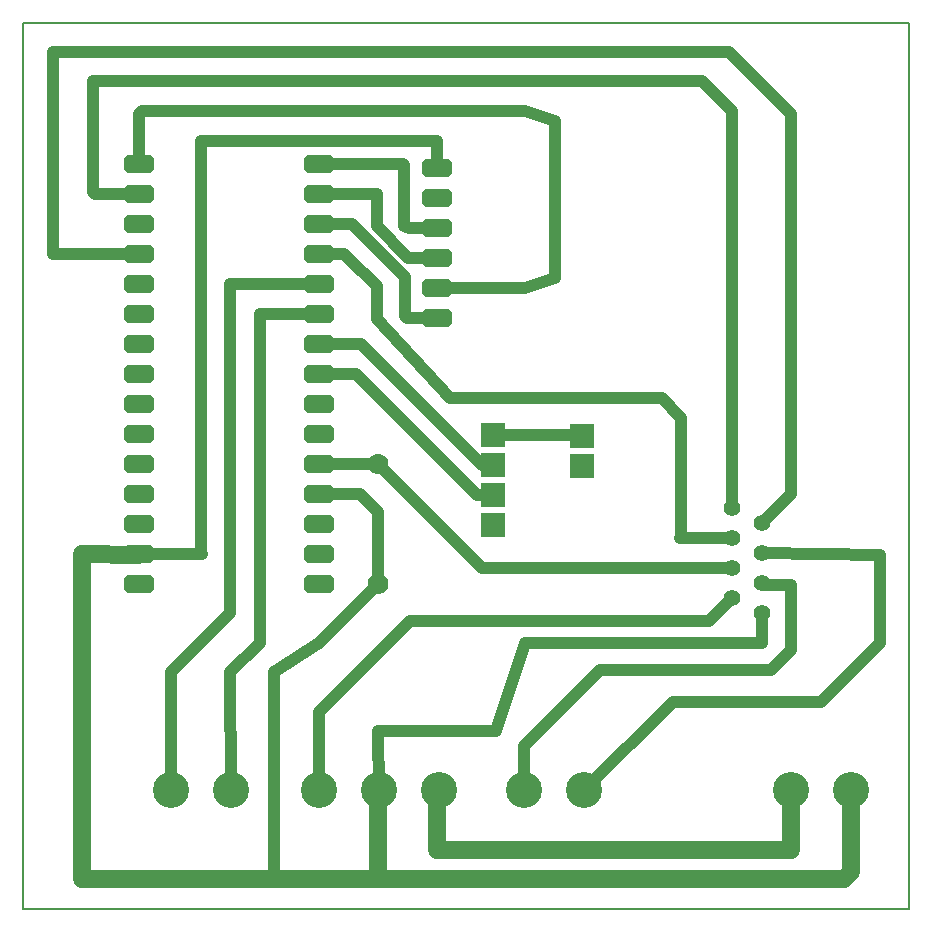
<source format=gbr>
G04 PROTEUS GERBER X2 FILE*
%TF.GenerationSoftware,Labcenter,Proteus,8.10-SP3-Build29560*%
%TF.CreationDate,2022-04-02T15:07:06+00:00*%
%TF.FileFunction,Copper,L2,Bot*%
%TF.FilePolarity,Positive*%
%TF.Part,Single*%
%TF.SameCoordinates,{4c8af1e2-d522-4a99-b856-79d3214d47b0}*%
%FSLAX45Y45*%
%MOMM*%
G01*
%TA.AperFunction,Conductor*%
%ADD10C,1.016000*%
%ADD11C,1.524000*%
%TA.AperFunction,NonConductor*%
%ADD18C,1.016000*%
%AMDIL002*
4,1,8,
-1.270000,0.457200,-0.965200,0.762000,0.965200,0.762000,1.270000,0.457200,1.270000,-0.457200,
0.965200,-0.762000,-0.965200,-0.762000,-1.270000,-0.457200,-1.270000,0.457200,
0*%
%TA.AperFunction,ComponentPad*%
%ADD12DIL002*%
%TA.AperFunction,ComponentPad*%
%ADD13C,1.778000*%
%TA.AperFunction,ComponentPad*%
%ADD14R,2.032000X2.032000*%
%TA.AperFunction,ComponentPad*%
%ADD15C,3.048000*%
%TA.AperFunction,ComponentPad*%
%ADD16C,1.397000*%
%TA.AperFunction,Profile*%
%ADD17C,0.203200*%
%TD.AperFunction*%
D10*
X-9750000Y+6250000D02*
X-9750000Y+6858000D01*
X-9904000Y+7012000D01*
X-10250000Y+7012000D01*
X-9750000Y+7266000D02*
X-10250000Y+7266000D01*
X-8771000Y+7508000D02*
X-8029000Y+7508000D01*
X-8021000Y+7500000D01*
X-9750000Y+4492000D02*
X-9742000Y+4500000D01*
D11*
X-6250000Y+4500000D02*
X-6250000Y+4000000D01*
X-9247003Y+4000000D01*
X-9247003Y+4486997D01*
X-9234000Y+4500000D01*
X-5742000Y+4500000D02*
X-5742000Y+3810456D01*
X-5802456Y+3750000D01*
X-9750000Y+3750000D01*
D18*
X-11774000Y+9552000D02*
X-12147517Y+9552000D01*
X-12161890Y+9566373D01*
X-12161890Y+10503431D01*
X-7003431Y+10503431D01*
X-6750000Y+10250000D01*
X-6750000Y+6895563D01*
X-6745793Y+6891356D01*
D10*
X-10250000Y+8282000D02*
X-9894868Y+8282000D01*
X-9880735Y+8267867D01*
X-8866868Y+7254000D01*
X-8771000Y+7254000D01*
X-10250000Y+8028000D02*
X-9935022Y+8028000D01*
X-9932095Y+8025073D01*
X-8909559Y+7002537D01*
X-8890883Y+7002537D01*
X-8773537Y+7002537D01*
X-8771000Y+7000000D01*
X-9750000Y+7266000D02*
X-8865000Y+6381000D01*
X-6754000Y+6381000D01*
D11*
X-9750000Y+4492000D02*
X-9750000Y+3750000D01*
X-10500000Y+3750000D01*
D10*
X-10250000Y+8536000D02*
X-10750000Y+8536000D01*
X-10750000Y+5750000D01*
X-11000000Y+5500000D01*
X-10992000Y+4500000D01*
X-11500000Y+4500000D02*
X-11500000Y+5500000D01*
X-11000000Y+6000000D01*
X-11000000Y+8790000D01*
X-10250000Y+8790000D01*
X-11774000Y+6504000D02*
X-11239500Y+6504000D01*
X-11250000Y+6514500D01*
X-11250000Y+10000000D01*
X-9250000Y+10000000D01*
X-9250000Y+9770000D01*
X-11774000Y+9806000D02*
X-11774000Y+10223500D01*
X-11747500Y+10250000D01*
X-8500000Y+10250000D01*
X-8250000Y+10166667D01*
X-8250000Y+8836000D01*
X-8500000Y+8754000D01*
X-9250000Y+8754000D01*
D11*
X-10500000Y+3750000D02*
X-10629478Y+3750000D01*
X-12250000Y+3750000D01*
X-12250000Y+6500000D01*
X-11783662Y+6494338D01*
X-11774000Y+6504000D01*
D10*
X-8000000Y+4500000D02*
X-7250000Y+5250000D01*
X-6000001Y+5250000D01*
X-5500000Y+5750001D01*
X-5500000Y+6493954D01*
X-6499748Y+6507748D01*
X-6500000Y+6508000D01*
X-9742000Y+4500000D02*
X-9750000Y+5000000D01*
X-8750000Y+5000000D01*
X-8500000Y+5750000D01*
X-6500000Y+5750000D01*
X-6500000Y+6000000D01*
X-6500000Y+6762000D02*
X-6250000Y+7012000D01*
X-6250000Y+10227500D01*
X-6772500Y+10750000D01*
X-12500000Y+10750000D01*
X-12500000Y+9044000D01*
X-11774000Y+9044000D01*
X-10250000Y+9298000D02*
X-9968158Y+9298000D01*
X-9517832Y+8847674D01*
X-9517832Y+8839225D01*
X-9517832Y+8517832D01*
X-9500000Y+8500000D01*
X-9250000Y+8500000D01*
X-10250000Y+9044000D02*
X-10035905Y+9044000D01*
X-10000000Y+9008095D01*
X-9760038Y+8768133D01*
X-9760038Y+8490710D01*
X-9141029Y+7821842D01*
X-7343716Y+7821842D01*
X-7179616Y+7657742D01*
X-7179616Y+6645784D01*
X-7189129Y+6636271D01*
X-6755271Y+6636271D01*
X-6754000Y+6635000D01*
X-9250000Y+9008000D02*
X-9491116Y+9008000D01*
X-9499231Y+9016115D01*
X-9759277Y+9276161D01*
X-9759277Y+9551329D01*
X-10249329Y+9551329D01*
X-10250000Y+9552000D01*
X-10250000Y+9806000D02*
X-9536575Y+9806000D01*
X-9528340Y+9797765D01*
X-9528340Y+9278340D01*
X-9488000Y+9262000D01*
X-9250000Y+9262000D01*
X-6500000Y+6254000D02*
X-6489416Y+6243416D01*
X-6250000Y+6243416D01*
X-6250000Y+5689084D01*
X-6418861Y+5520223D01*
X-7867013Y+5520223D01*
X-8510833Y+4876403D01*
X-8510833Y+4502833D01*
X-8508000Y+4500000D01*
X-10250000Y+4500000D02*
X-10250000Y+5159805D01*
X-10246977Y+5162828D01*
X-9477119Y+5932686D01*
X-8982337Y+5932686D01*
X-6948314Y+5932686D01*
X-6754000Y+6127000D01*
X-9750000Y+6250000D02*
X-10250000Y+5750000D01*
X-10629478Y+5500000D01*
X-10629478Y+3750000D01*
D12*
X-10250000Y+6250000D03*
X-10250000Y+6504000D03*
X-10250000Y+6758000D03*
X-10250000Y+7012000D03*
X-10250000Y+7266000D03*
X-10250000Y+7520000D03*
X-10250000Y+7774000D03*
X-10250000Y+8028000D03*
X-10250000Y+8282000D03*
X-10250000Y+8536000D03*
X-10250000Y+8790000D03*
X-10250000Y+9044000D03*
X-10250000Y+9298000D03*
X-10250000Y+9552000D03*
X-10250000Y+9806000D03*
X-11774000Y+9806000D03*
X-11774000Y+9552000D03*
X-11774000Y+9298000D03*
X-11774000Y+9044000D03*
X-11774000Y+8790000D03*
X-11774000Y+8536000D03*
X-11774000Y+8282000D03*
X-11774000Y+8028000D03*
X-11774000Y+7774000D03*
X-11774000Y+7520000D03*
X-11774000Y+7266000D03*
X-11774000Y+7012000D03*
X-11774000Y+6758000D03*
X-11774000Y+6504000D03*
X-11774000Y+6250000D03*
X-9250000Y+8500000D03*
X-9250000Y+8754000D03*
X-9250000Y+9008000D03*
X-9250000Y+9262000D03*
X-9250000Y+9516000D03*
X-9250000Y+9770000D03*
D13*
X-9750000Y+6250000D03*
X-9750000Y+7266000D03*
D14*
X-8771000Y+6746000D03*
X-8771000Y+7000000D03*
X-8771000Y+7254000D03*
X-8771000Y+7508000D03*
D15*
X-6250000Y+4500000D03*
X-5742000Y+4500000D03*
X-11500000Y+4500000D03*
X-10992000Y+4500000D03*
X-8000000Y+4500000D03*
X-8508000Y+4500000D03*
X-9234000Y+4500000D03*
X-9742000Y+4500000D03*
X-10250000Y+4500000D03*
D14*
X-8021000Y+7246000D03*
X-8021000Y+7500000D03*
D16*
X-6500000Y+6000000D03*
X-6754000Y+6127000D03*
X-6500000Y+6254000D03*
X-6754000Y+6381000D03*
X-6500000Y+6508000D03*
X-6754000Y+6635000D03*
X-6500000Y+6762000D03*
X-6754000Y+6889000D03*
D17*
X-12750000Y+3500000D02*
X-5250000Y+3500000D01*
X-5250000Y+11000000D01*
X-12750000Y+11000000D01*
X-12750000Y+3500000D01*
M02*

</source>
